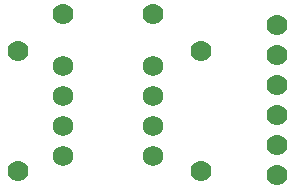
<source format=gts>
%FSLAX24Y24*%
%MOIN*%
G70*
G01*
G75*
G04 Layer_Color=8388736*
%ADD10C,0.0620*%
%ADD11C,0.0600*%
%ADD12C,0.0200*%
%ADD13C,0.0080*%
%ADD14C,0.0079*%
%ADD15C,0.0100*%
%ADD16C,0.0700*%
%ADD17C,0.0680*%
D16*
X4740Y5920D02*
D03*
X1740D02*
D03*
X8900Y570D02*
D03*
Y1570D02*
D03*
Y2570D02*
D03*
Y3570D02*
D03*
Y4570D02*
D03*
Y5570D02*
D03*
X6340Y710D02*
D03*
Y4710D02*
D03*
X240D02*
D03*
Y710D02*
D03*
D17*
X1740Y4210D02*
D03*
Y3210D02*
D03*
Y2210D02*
D03*
Y1210D02*
D03*
X4740D02*
D03*
Y2210D02*
D03*
Y3210D02*
D03*
Y4210D02*
D03*
M02*

</source>
